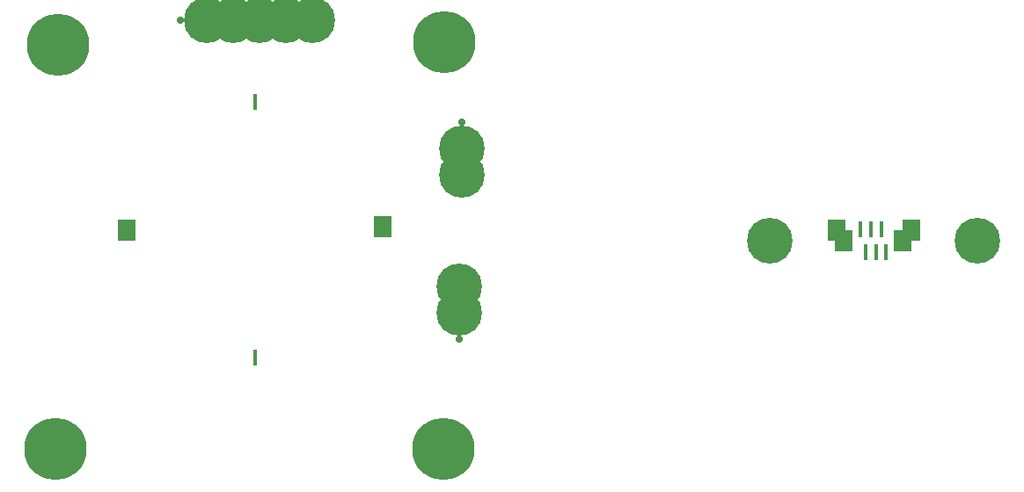
<source format=gbr>
<<<<<<< HEAD
%TF.GenerationSoftware,KiCad,Pcbnew,8.0.1*%
<<<<<<< HEAD
%TF.CreationDate,2024-03-31T21:51:30+08:00*%
=======
%TF.CreationDate,2024-05-01T16:23:51+08:00*%
>>>>>>> 3f97a153d958220e151b39468fc548032aad0f0d
=======
%TF.GenerationSoftware,KiCad,Pcbnew,8.0.2*%
%TF.CreationDate,2024-06-01T19:30:20+08:00*%
>>>>>>> eaa2527d7fae1c756caf7d441742e50d50757b73
%TF.ProjectId,encoder,656e636f-6465-4722-9e6b-696361645f70,rev?*%
%TF.SameCoordinates,Original*%
%TF.FileFunction,Soldermask,Bot*%
%TF.FilePolarity,Negative*%
%FSLAX46Y46*%
G04 Gerber Fmt 4.6, Leading zero omitted, Abs format (unit mm)*
<<<<<<< HEAD
<<<<<<< HEAD
G04 Created by KiCad (PCBNEW 8.0.1) date 2024-03-31 21:51:30*
=======
G04 Created by KiCad (PCBNEW 8.0.1) date 2024-05-01 16:23:51*
>>>>>>> 3f97a153d958220e151b39468fc548032aad0f0d
=======
G04 Created by KiCad (PCBNEW 8.0.2) date 2024-06-01 19:30:20*
>>>>>>> eaa2527d7fae1c756caf7d441742e50d50757b73
%MOMM*%
%LPD*%
G01*
G04 APERTURE LIST*
<<<<<<< HEAD
%ADD10R,1.700000X1.700000*%
%ADD11O,1.700000X1.700000*%
%ADD12O,4.000000X10.000000*%
%ADD13O,10.000000X4.000000*%
%ADD14C,3.400000*%
%ADD15C,6.000000*%
G04 APERTURE END LIST*
D10*
%TO.C,J2*%
X160700000Y-63260000D03*
D11*
X160700000Y-65800000D03*
X160700000Y-68340000D03*
%TD*%
D10*
%TO.C,J3*%
X133650000Y-53500000D03*
D11*
X136190000Y-53500000D03*
X138730000Y-53500000D03*
X141270000Y-53500000D03*
X143810000Y-53500000D03*
X146350000Y-53500000D03*
%TD*%
D12*
%TO.C,H2*%
X140800000Y-86000000D03*
%TD*%
D13*
%TO.C,H4*%
X153100000Y-73400000D03*
%TD*%
D14*
%TO.C,H8*%
X159000000Y-55600000D03*
D15*
X159000000Y-55600000D03*
%TD*%
D12*
%TO.C,H3*%
X140800000Y-61375000D03*
%TD*%
D13*
%TO.C,H1*%
X128475000Y-73700000D03*
%TD*%
D14*
%TO.C,H5*%
X121800000Y-55800000D03*
D15*
X121800000Y-55800000D03*
%TD*%
D14*
%TO.C,H7*%
X158900000Y-94800000D03*
D15*
X158900000Y-94800000D03*
%TD*%
D10*
%TO.C,J1*%
X160475000Y-84225000D03*
D11*
X160475000Y-81685000D03*
X160475000Y-79145000D03*
%TD*%
D14*
%TO.C,H6*%
X121600000Y-94800000D03*
D15*
X121600000Y-94800000D03*
=======
%ADD10C,0.700000*%
%ADD11C,4.400000*%
%ADD12R,0.400000X1.500000*%
%ADD13R,1.800000X2.000000*%
G04 APERTURE END LIST*
D10*
%TO.C,H4*%
X210300000Y-76350000D03*
X209133274Y-75866726D03*
X211466726Y-75866726D03*
X208650000Y-74700000D03*
D11*
X210300000Y-74700000D03*
D10*
X211950000Y-74700000D03*
X209133274Y-73533274D03*
X211466726Y-73533274D03*
X210300000Y-73050000D03*
%TD*%
%TO.C,H3*%
X188650000Y-74700000D03*
X189133274Y-73533274D03*
X189133274Y-75866726D03*
X190300000Y-73050000D03*
D11*
X190300000Y-74700000D03*
D10*
X190300000Y-76350000D03*
X191466726Y-73533274D03*
X191466726Y-75866726D03*
X191950000Y-74700000D03*
%TD*%
D12*
%TO.C,J1*%
X199050000Y-73575000D03*
X199550000Y-75825000D03*
X200050000Y-73575000D03*
X200550000Y-75825000D03*
X201050000Y-73575000D03*
X201550000Y-75825000D03*
D13*
<<<<<<< HEAD
X196744000Y-73740000D03*
X203944000Y-73740000D03*
>>>>>>> 3f97a153d958220e151b39468fc548032aad0f0d
=======
X203150000Y-74700000D03*
X197450000Y-74700000D03*
>>>>>>> eaa2527d7fae1c756caf7d441742e50d50757b73
%TD*%
M02*

</source>
